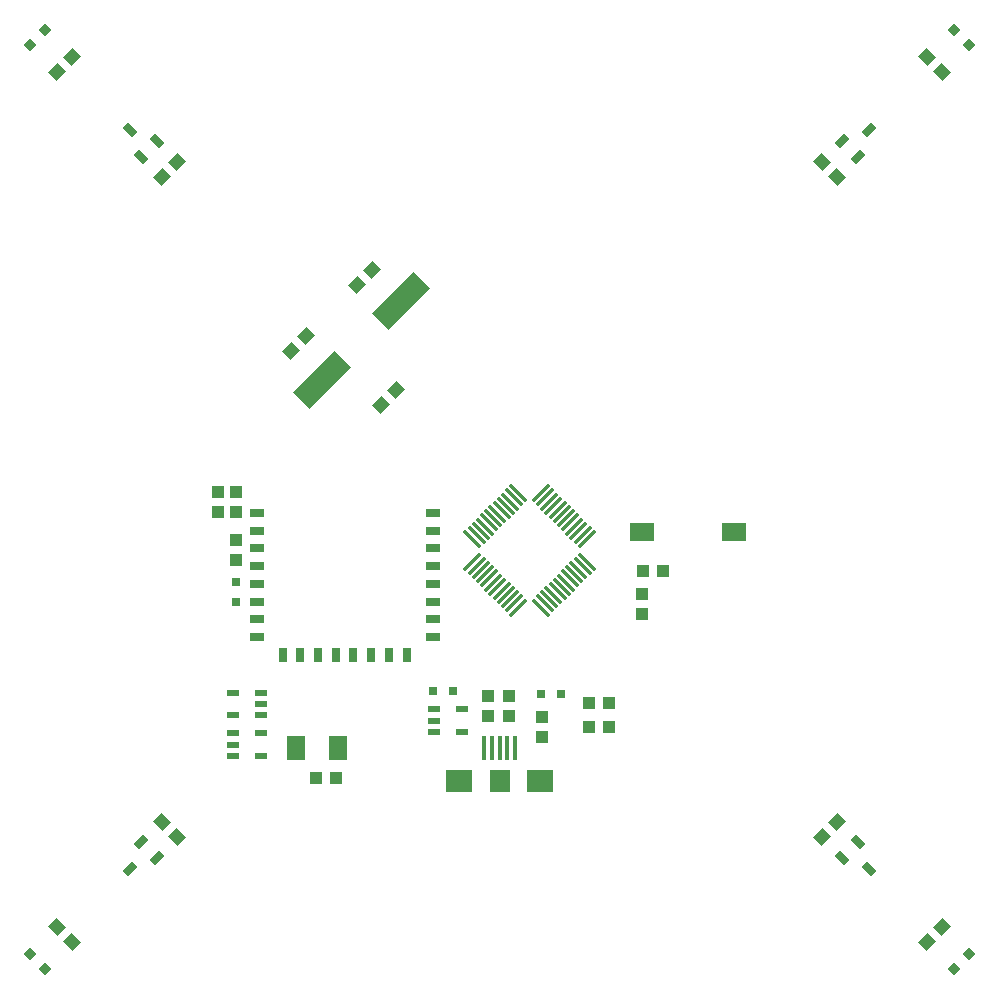
<source format=gtp>
G04 Layer_Color=8421504*
%FSLAX25Y25*%
%MOIN*%
G70*
G01*
G75*
G04:AMPARAMS|DCode=10|XSize=23.62mil|YSize=45.28mil|CornerRadius=0mil|HoleSize=0mil|Usage=FLASHONLY|Rotation=45.000|XOffset=0mil|YOffset=0mil|HoleType=Round|Shape=Rectangle|*
%AMROTATEDRECTD10*
4,1,4,0.00766,-0.02436,-0.02436,0.00766,-0.00766,0.02436,0.02436,-0.00766,0.00766,-0.02436,0.0*
%
%ADD10ROTATEDRECTD10*%

%ADD11R,0.05906X0.07874*%
G04:AMPARAMS|DCode=12|XSize=39.37mil|YSize=43.31mil|CornerRadius=0mil|HoleSize=0mil|Usage=FLASHONLY|Rotation=135.000|XOffset=0mil|YOffset=0mil|HoleType=Round|Shape=Rectangle|*
%AMROTATEDRECTD12*
4,1,4,0.02923,0.00139,-0.00139,-0.02923,-0.02923,-0.00139,0.00139,0.02923,0.02923,0.00139,0.0*
%
%ADD12ROTATEDRECTD12*%

G04:AMPARAMS|DCode=13|XSize=196.85mil|YSize=78.74mil|CornerRadius=0mil|HoleSize=0mil|Usage=FLASHONLY|Rotation=225.000|XOffset=0mil|YOffset=0mil|HoleType=Round|Shape=Rectangle|*
%AMROTATEDRECTD13*
4,1,4,0.04176,0.09744,0.09744,0.04176,-0.04176,-0.09744,-0.09744,-0.04176,0.04176,0.09744,0.0*
%
%ADD13ROTATEDRECTD13*%

%ADD14R,0.03937X0.04331*%
%ADD15R,0.03150X0.04724*%
%ADD16R,0.04724X0.03150*%
%ADD17R,0.03937X0.01969*%
%ADD18R,0.03150X0.03150*%
%ADD19R,0.07087X0.07480*%
%ADD20R,0.09000X0.07480*%
G04:AMPARAMS|DCode=21|XSize=80.15mil|YSize=15.75mil|CornerRadius=0mil|HoleSize=0mil|Usage=FLASHONLY|Rotation=90.000|XOffset=0mil|YOffset=0mil|HoleType=Round|Shape=Octagon|*
%AMOCTAGOND21*
4,1,8,0.00394,0.04008,-0.00394,0.04008,-0.00787,0.03614,-0.00787,-0.03614,-0.00394,-0.04008,0.00394,-0.04008,0.00787,-0.03614,0.00787,0.03614,0.00394,0.04008,0.0*
%
%ADD21OCTAGOND21*%

%ADD22R,0.07874X0.05906*%
G04:AMPARAMS|DCode=23|XSize=11.81mil|YSize=82.68mil|CornerRadius=0mil|HoleSize=0mil|Usage=FLASHONLY|Rotation=315.000|XOffset=0mil|YOffset=0mil|HoleType=Round|Shape=Round|*
%AMOVALD23*
21,1,0.07087,0.01181,0.00000,0.00000,45.0*
1,1,0.01181,-0.02506,-0.02506*
1,1,0.01181,0.02506,0.02506*
%
%ADD23OVALD23*%

G04:AMPARAMS|DCode=24|XSize=11.81mil|YSize=82.68mil|CornerRadius=0mil|HoleSize=0mil|Usage=FLASHONLY|Rotation=45.000|XOffset=0mil|YOffset=0mil|HoleType=Round|Shape=Round|*
%AMOVALD24*
21,1,0.07087,0.01181,0.00000,0.00000,135.0*
1,1,0.01181,0.02506,-0.02506*
1,1,0.01181,-0.02506,0.02506*
%
%ADD24OVALD24*%

%ADD25R,0.03150X0.03150*%
G04:AMPARAMS|DCode=26|XSize=39.37mil|YSize=43.31mil|CornerRadius=0mil|HoleSize=0mil|Usage=FLASHONLY|Rotation=45.000|XOffset=0mil|YOffset=0mil|HoleType=Round|Shape=Rectangle|*
%AMROTATEDRECTD26*
4,1,4,0.00139,-0.02923,-0.02923,0.00139,-0.00139,0.02923,0.02923,-0.00139,0.00139,-0.02923,0.0*
%
%ADD26ROTATEDRECTD26*%

%ADD27R,0.04331X0.03937*%
%ADD28P,0.04454X4X360.0*%
%ADD29P,0.04454X4X270.0*%
G04:AMPARAMS|DCode=30|XSize=23.62mil|YSize=45.28mil|CornerRadius=0mil|HoleSize=0mil|Usage=FLASHONLY|Rotation=135.000|XOffset=0mil|YOffset=0mil|HoleType=Round|Shape=Rectangle|*
%AMROTATEDRECTD30*
4,1,4,0.02436,0.00766,-0.00766,-0.02436,-0.02436,-0.00766,0.00766,0.02436,0.02436,0.00766,0.0*
%
%ADD30ROTATEDRECTD30*%

D10*
X123079Y-123168D02*
D03*
X114171Y-119549D02*
D03*
X119460Y-114260D02*
D03*
X-123079Y123168D02*
D03*
X-114171Y119549D02*
D03*
X-119460Y114260D02*
D03*
D11*
X-54000Y-83000D02*
D03*
X-67779D02*
D03*
D12*
X-69366Y49634D02*
D03*
X-64634Y54366D02*
D03*
X-39366Y31634D02*
D03*
X-34634Y36366D02*
D03*
X-112366Y107634D02*
D03*
X-107634Y112366D02*
D03*
X112366Y-107634D02*
D03*
X107634Y-112366D02*
D03*
X-42634Y76366D02*
D03*
X-47366Y71634D02*
D03*
X-147366Y142634D02*
D03*
X-142634Y147366D02*
D03*
X147366Y-142634D02*
D03*
X142634Y-147366D02*
D03*
D13*
X-59223Y39777D02*
D03*
X-32777Y66223D02*
D03*
D14*
X3000Y-65654D02*
D03*
Y-72347D02*
D03*
X-4000Y-65654D02*
D03*
Y-72347D02*
D03*
X14000Y-79347D02*
D03*
Y-72654D02*
D03*
X-88000Y-4346D02*
D03*
Y2347D02*
D03*
X-94000Y-4346D02*
D03*
Y2347D02*
D03*
X-88000Y-13654D02*
D03*
Y-20346D02*
D03*
X47500Y-38346D02*
D03*
Y-31653D02*
D03*
D15*
X-66424Y-51744D02*
D03*
X-60519D02*
D03*
X-42802D02*
D03*
X-30991D02*
D03*
X-54613D02*
D03*
X-48708D02*
D03*
X-36897D02*
D03*
X-72330D02*
D03*
D16*
X-81000Y-45839D02*
D03*
Y-39933D02*
D03*
Y-34028D02*
D03*
Y-28122D02*
D03*
Y-16311D02*
D03*
Y-10406D02*
D03*
X-22200Y-45839D02*
D03*
Y-39933D02*
D03*
Y-34028D02*
D03*
Y-28122D02*
D03*
Y-22217D02*
D03*
Y-16311D02*
D03*
Y-10406D02*
D03*
Y-4500D02*
D03*
X-81000Y-22217D02*
D03*
Y-4500D02*
D03*
D17*
X-12551Y-77480D02*
D03*
Y-70000D02*
D03*
X-22000Y-73740D02*
D03*
Y-70000D02*
D03*
Y-77480D02*
D03*
X-88949Y-64520D02*
D03*
Y-72000D02*
D03*
X-79500Y-68260D02*
D03*
Y-72000D02*
D03*
Y-64520D02*
D03*
X-79551Y-85480D02*
D03*
Y-78000D02*
D03*
X-89000Y-81740D02*
D03*
Y-78000D02*
D03*
Y-85480D02*
D03*
D18*
X-22346Y-64000D02*
D03*
X-15654D02*
D03*
X20346Y-65000D02*
D03*
X13654D02*
D03*
D19*
X0Y-94000D02*
D03*
D20*
X-13500D02*
D03*
X13500D02*
D03*
D21*
X5118Y-82800D02*
D03*
X2559D02*
D03*
X0D02*
D03*
X-2559D02*
D03*
X-5118D02*
D03*
D22*
X78209Y-11000D02*
D03*
X47500D02*
D03*
D23*
X13758Y2070D02*
D03*
X15150Y678D02*
D03*
X16542Y-714D02*
D03*
X17934Y-2106D02*
D03*
X19326Y-3498D02*
D03*
X20718Y-4890D02*
D03*
X22110Y-6282D02*
D03*
X23502Y-7674D02*
D03*
X24894Y-9066D02*
D03*
X26286Y-10458D02*
D03*
X27678Y-11850D02*
D03*
X29070Y-13242D02*
D03*
X6242Y-36070D02*
D03*
X4850Y-34678D02*
D03*
X3458Y-33286D02*
D03*
X2066Y-31894D02*
D03*
X674Y-30502D02*
D03*
X-718Y-29110D02*
D03*
X-2110Y-27718D02*
D03*
X-3502Y-26326D02*
D03*
X-4894Y-24934D02*
D03*
X-6286Y-23542D02*
D03*
X-7678Y-22150D02*
D03*
X-9070Y-20758D02*
D03*
D24*
X29070Y-20758D02*
D03*
X27678Y-22150D02*
D03*
X26286Y-23542D02*
D03*
X24894Y-24934D02*
D03*
X23502Y-26326D02*
D03*
X22110Y-27718D02*
D03*
X20718Y-29110D02*
D03*
X19326Y-30502D02*
D03*
X17934Y-31894D02*
D03*
X16542Y-33286D02*
D03*
X15150Y-34678D02*
D03*
X13758Y-36070D02*
D03*
X-9070Y-13242D02*
D03*
X-7678Y-11850D02*
D03*
X-6286Y-10458D02*
D03*
X-4894Y-9066D02*
D03*
X-3502Y-7674D02*
D03*
X-2110Y-6282D02*
D03*
X-718Y-4890D02*
D03*
X674Y-3498D02*
D03*
X2066Y-2106D02*
D03*
X3458Y-714D02*
D03*
X4850Y678D02*
D03*
X6242Y2070D02*
D03*
D25*
X-88000Y-34346D02*
D03*
Y-27654D02*
D03*
D26*
X-107634Y-112366D02*
D03*
X-112366Y-107634D02*
D03*
X147366Y142634D02*
D03*
X142634Y147366D02*
D03*
X107634Y112366D02*
D03*
X112366Y107634D02*
D03*
X-147366Y-142634D02*
D03*
X-142634Y-147366D02*
D03*
D27*
X54347Y-24000D02*
D03*
X47654D02*
D03*
X-54654Y-93000D02*
D03*
X-61347D02*
D03*
X29654Y-68000D02*
D03*
X36347D02*
D03*
X29654Y-76000D02*
D03*
X36347D02*
D03*
D28*
X156366Y151634D02*
D03*
X151634Y156366D02*
D03*
X-156366Y-151634D02*
D03*
X-151634Y-156366D02*
D03*
D29*
X-156366Y151634D02*
D03*
X-151634Y156366D02*
D03*
X156366Y-151634D02*
D03*
X151634Y-156366D02*
D03*
D30*
X123168Y123079D02*
D03*
X119549Y114171D02*
D03*
X114260Y119460D02*
D03*
X-123168Y-123079D02*
D03*
X-119549Y-114171D02*
D03*
X-114260Y-119460D02*
D03*
M02*

</source>
